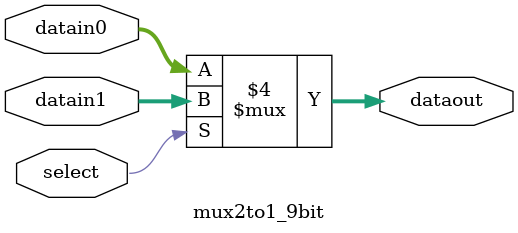
<source format=v>
module ALU(inputA, inputB, ALUop, result, zero);
input [31:0] inputA, inputB; /* 32bit input */
input [2:0] ALUop; /* 3bit ALUoperation */

output [31:0] result; /* 32bit output */
reg [31:0] result;
output zero; /* for checking whether inputA and inputB are same */
reg zero;

/*whenever input or ALUop changes*/
always @(inputA or inputB or ALUop) /* when inputA or inputB or ALUop changes */
begin 
/*it supports AND, OR, ADD, ,SUB, SLT with a zero output*/

/* new code start */
   
	case(ALUop) /* according to ALUop */
		3'b000: result=inputA&inputB; /* when ALUop value is X00, do and operation */ 
		3'b100: result=inputA&inputB;
		3'b001: result=inputA|inputB;  /* when ALUop value is X01, do or operation */ 
		3'b101: result=inputA|inputB;
		3'b010: result=inputA+inputB; /* when ALUop value is 010, do add operation */ 
		3'b110: result=inputA-inputB; /* when ALUop value is 110, do sub operation */ 
		3'b011: if(inputA<inputB)result=1; /* when ALUop value is X11, do SLT operation */
			else result=0;
		3'b111: if(inputA<inputB)result=1; /* if inputA is less than inputB, change the result value to 1 */
			else result=0;
		default: result=1'bx; /* if ALUop value is not in range */

/* new code end */

	endcase

   if (inputA == inputB) /* if inputA and inputB are same */
       zero = 1; /* change the zero value to 1 */
   else /* if inputA and inputB are not same */
       zero = 0; /* change the zero value to 0 */

end 
endmodule

module single_register(datain, dataout, clk, clr, WE);
    input [31:0] datain; /* 32bit input */
    output [31:0] dataout; /* 32bit output */
    input clk, clr, WE; /* clk:clock signal, clr:clear signal, WE:Write Enable */

    reg [31:0] register;

    /* new code start */

    always @(posedge clk or posedge clr) /* when clk or clr is positive */
    begin
	if(clr) register=0; /* if clr is 0, change the register value to 0 */
	else if(WE) register=datain; /* else if WE is true (1), change the register value to datain */
    end

    assign dataout=register; /* assign the register value to the dataout */

    /* new code end */
       
endmodule

module mux4to1(datain0, datain1, datain2, datain3, dataout, select);
    input [31:0] datain0, datain1, datain2, datain3; /* 32bit input */
    input[1:0] select; /* 2bit select */
    output [31:0] dataout; /* 32bit output */
    reg [31:0] data;

    /* new code start */

    always @(datain0 or datain1 or datain2 or datain3 or select) /* when any of inputs changes */
    begin

    case(select) /* according to select */
	2'b00: data=datain0; /* if select value is 00, then change dataout to datain0 */
	2'b01: data=datain1; /* if select value is 01, then change dataout to datain1 */
	2'b10: data=datain2; /* if select value is 10, then change dataout to datain2 */
	2'b11: data=datain3; /* if select value is 11, then change dataout to datain3 */
    endcase

    end

    assign dataout=data;

    /* new code end */

endmodule

module signextd(datain, dataout);
    input [15:0] datain; /* 16bit input */
    output [31:0] dataout; /* 32bit output */
    reg [31:0] dataout;

    /* new code start */

    always @(datain) /* when datain changes */
    begin
	dataout={{16{datain[15]}},datain[15:0]}; /* append digits to the most significant side of number, dependent on the signed number */
    end

    /* new code end */
   
endmodule

module shiftleft2(datain, dataout);
    input [31:0] datain; /* 32 bit input */
    output [31:0] dataout; /* 32 bit output */
    reg [31:0] dataout;

    /* new code start */

    always @(datain) /* when the datain changes */
 
    begin
	dataout=datain<<2; /* dataout = shift left datain by 2bit */ 
    end

    /* new code end */

endmodule

/* concatenate pcin[31-28] with datain[27-0] to form a jump address*/
module concatenate4to28(datain, pcin, pcout);
    input [31:0] datain, pcin; /* 32bit input and pcin */
    output [31:0] pcout; /* 32bit output */
    reg [31:0] pcout;

/* new code start */

    always @(datain or pcin) /* when datain or pcin changes */
    begin
	pcout={pcin[31:28],datain[27:0]}; /* pcout consists of 4bits of pcin's left side and 28bits of datain's right side */
    end

/*new code end */

endmodule

/* new code start */
module ForwardingUnit(IDEX_Rs, IDEX_Rt, EXMEM_RegWrite, EXMEM_Rd, MEMWB_RegWrite, MEMWB_Rd, ALUOp, ForwardA, ForwardB);

input [4:0] IDEX_Rs, IDEX_Rt, EXMEM_Rd, MEMWB_Rd; /* 5bit input */
input EXMEM_RegWrite, MEMWB_RegWrite; /* 1bit input */
input [1:0] ALUOp; /* 2bit input for OP checking */

output [1:0] ForwardA, ForwardB; /* 2bit output */

reg [1:0] A,B; /* 2bit register for output */

always @(IDEX_Rs or IDEX_Rt or EXMEM_RegWrite or EXMEM_Rd or MEMWB_RegWrite or MEMWB_Rd) /* whenever any of inputs changes */
begin

/* initiate regiters */

  A=2'b00;
  B=2'b00;

/* EX hazard -p311 */

  if((EXMEM_RegWrite==1'b1)&&(EXMEM_Rd!=0)&&(EXMEM_Rd==IDEX_Rs))
  begin
    if(ALUOp==2'b10) 
	A=2'b11;
    else
	A=2'b10;
  end

  if((EXMEM_RegWrite==1'b1)&&(EXMEM_Rd!=0)&&(EXMEM_Rd==IDEX_Rt))
  begin
    if(ALUOp==2'b10)
	B=2'b11;
    else
	B=2'b10;
  end

/* MEM hazard -p314 */

  if(/* for EX hazard */(MEMWB_RegWrite==1'b1)&&(MEMWB_Rd!=0)&&(MEMWB_Rd==IDEX_Rs)&&/* for MEM hazard */(EXMEM_Rd!=IDEX_Rs))
  begin
    A=2'b01;
  end

  if(/* for EX hazard */(MEMWB_RegWrite==1'b1)&&(MEMWB_Rd!=0)&&(MEMWB_Rd==IDEX_Rt)&&/* for MEM hazard */(EXMEM_Rd!=IDEX_Rt))
  begin
    B=2'b01;
  end
end

assign ForwardA=A;
assign ForwardB=B;

endmodule

module HazardDetectionUnit(IFID_Rs, IFID_Rt, IDEX_MemRead, IDEX_Rt, IFID_Write, PC_Write, Stall);

/* p315 */
input [4:0] IFID_Rs, IFID_Rt, IDEX_Rt; /* 5bit input */
input IDEX_MemRead; /* 1bit input */

output IFID_Write, PC_Write, Stall; /* 1bit output */

reg IFID_Write_reg, PC_Write_reg, Stall_reg; /* 1bit register for output */

always @(IFID_Rs, IFID_Rt, IDEX_MemRead, IDEX_Rt) /* whenever any of inputs cahnges */
begin

/* initiate registers */

  IFID_Write_reg=1;
  PC_Write_reg=1;
  Stall_reg=0;

  if((IDEX_MemRead==1)&&((IDEX_Rt==IFID_Rs)||(IDEX_Rt==IFID_Rt)))
  begin

/* stall the pipeline */

    IFID_Write_reg=0;
    PC_Write_reg=0;
    Stall_reg=1;

  end
end

assign IFID_Write=IFID_Write_reg;
assign PC_Write=PC_Write_reg;
assign Stall=Stall_reg;

endmodule

/* new code end */

/* 2 to 1 MUX, select from two 32-bit input*/
module mux2to1(datain0,datain1, dataout, select);
input [31:0] datain0, datain1;
input select;
output [31:0] dataout; 
reg [31:0] dataout;

/*whenever datain0 or datain1 or select signals is changed*/
    always @(datain0 or datain1 or select) /* when any of inputs or select changes */
    begin 
    if (select == 0) /* if select value is 0, select datain0 */
       dataout = datain0;
    else /* if select value is 1, select datain1 */
       dataout = datain1;
    end 
endmodule

module mux2to1_5bit(datain0, datain1, dataout, select);
  
input [4:0] datain0, datain1;
input select;
output reg [4:0] dataout;

/*whenever datain0 or datain1 or select signals is changed*/

/* new code start */

    always @(datain0 or datain1 or select) /* when any of inputs or select changes */
    begin 
    if (select == 0) /* if select value is 0, select datain0 */
       dataout = datain0;
    else /* if select value is 1, select datain1 */
       dataout = datain1;
    end 

/* new code end */

endmodule

module mux2to1_9bit(datain0, datain1, dataout, select);
  
input [8:0] datain0, datain1;
input select;
output reg [8:0] dataout;

/*whenever datain0 or datain1 or select signals is changed*/

/* new code start */

    always @(datain0 or datain1 or select) /* when any of inputs or select changes */
    begin 
    if (select == 0) /* if select value is 0, select datain0 */
       dataout = datain0;
    else /* if select value is 1, select datain1 */
       dataout = datain1;
    end 

/* new code end */

endmodule

</source>
